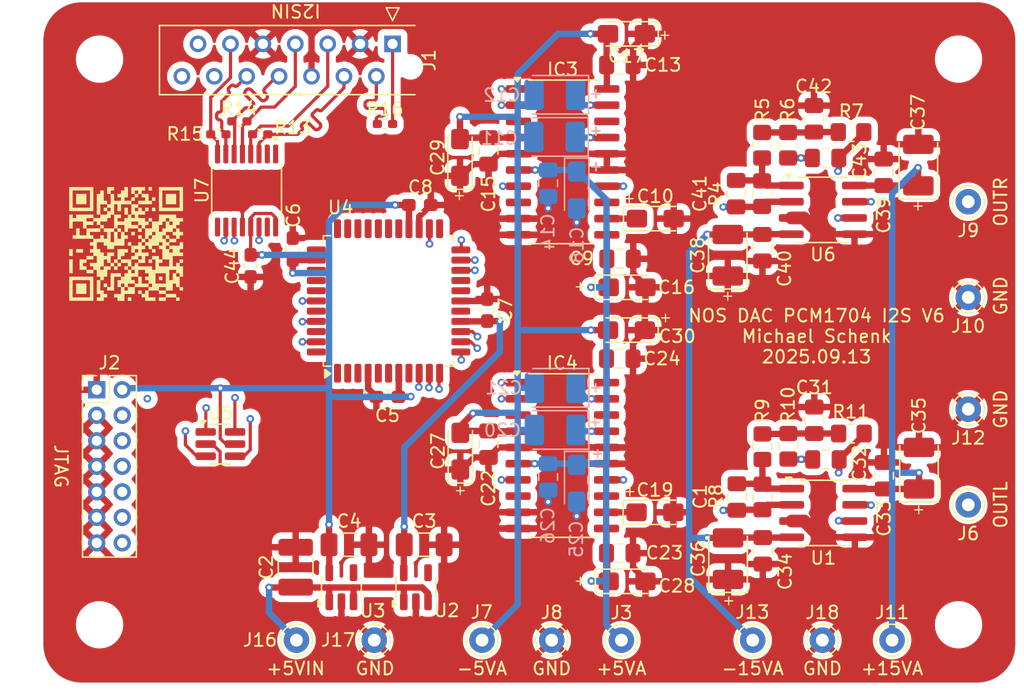
<source format=kicad_pcb>
(kicad_pcb (version 20241229) (generator "pcbnew") (generator_version "9.0")
  (layers (0 "F.Cu" mixed) (4 "In1.Cu" signal) (6 "In2.Cu" signal) (2 "B.Cu" mixed) (13 "F.Paste" user) (15 "B.Paste" user) (5 "F.SilkS" user "F.Silkscreen") (7 "B.SilkS" user "B.Silkscreen") (1 "F.Mask" user) (3 "B.Mask" user) (25 "Edge.Cuts" user))
  (net 0 "")
  (net 1 "GND")
  (net 2 "+3V3")
  (net 3 "+1V8")
  (net 4 "Net-(IC4-IOUT)")
  (net 5 "JTAG_TCK")
  (net 6 "JTAG_TDO")
  (net 7 "JTAG_TDI")
  (net 8 "JTAG_TMS")
  (net 10 "BCK")
  (net 11 "LRCK")
  (net 12 "DATAIN")
  (net 13 "DATAOUTR")
  (net 14 "DATAOUTL")
  (net 15 "+5VA")
  (net 16 "Net-(J16-Pin_1)")
  (net 17 "-5VA")
  (net 18 "-15V")
  (net 19 "+15V")
  (net 20 "Net-(IC4-BPO_DC)")
  (net 21 "Net-(IC4-SERV_DC)")
  (net 22 "LEOUTR")
  (net 23 "CLKOUTR")
  (net 24 "LEOUTL")
  (net 25 "CLKOUTL")
  (net 26 "Net-(C1-Pad2)")
  (net 27 "Net-(IC4-REF_DC)")
  (net 28 "Net-(C31-Pad1)")
  (net 29 "Net-(U1B--)")
  (net 30 "Net-(J6-Pin_1)")
  (net 31 "Net-(C41-Pad2)")
  (net 32 "Net-(C42-Pad1)")
  (net 33 "Net-(J9-Pin_1)")
  (net 34 "Net-(U6B--)")
  (net 35 "SDA")
  (net 38 "Net-(IC3-BPO_DC)")
  (net 39 "Net-(IC3-SERV_DC)")
  (net 40 "SCL")
  (net 42 "Net-(IC3-REF_DC)")
  (net 43 "Net-(IC3-IOUT)")
  (net 76 "RESET")
  (net 81 "/BCLK+")
  (net 82 "/DATAIN-")
  (net 83 "/DATAIN+")
  (net 84 "/MCLK+")
  (net 85 "/MCLK-")
  (net 86 "/LRCLK+")
  (net 87 "/LRCLK-")
  (net 88 "/BCLK-")
  (footprint "MountingHole:MountingHole_3.2mm_M3" (layer "F.Cu") (at 113.03 66.04)
    (property "Reference" "H1" (hide yes))
    (property "Value" "MountingHole")
  )
  (footprint "MountingHole:MountingHole_3.2mm_M3" (layer "F.Cu") (at 113.03 110.363)
    (property "Reference" "H4" (hide yes))
    (property "Value" "MountingHole")
  )
  (footprint "MountingHole:MountingHole_3.2mm_M3" (layer "F.Cu") (at 180.34 110.363)
    (property "Reference" "H3" (hide yes))
    (property "Value" "MountingHole")
  )
  (footprint "MountingHole:MountingHole_3.2mm_M3" (layer "F.Cu") (at 180.34 66.04)
    (property "Reference" "H2" (hide yes))
    (property "Value" "MountingHole")
  )
  (footprint "Capacitor_SMD:C_0603_1608Metric_Pad1.08x0.95mm_HandSolder" (layer "F.Cu") (at 135.5863 92.5068)
    (property "Reference" "C5")
    (property "Value" "1uF")
  )
  (footprint "Package_QFP:TQFP-44_10x10mm_P0.8mm" (layer "F.Cu") (at 135.6764 84.9884 90)
    (property "Reference" "U4")
    (property "Value" "XC2C64A-xVQ44")
  )
  (footprint "Capacitor_SMD:C_0603_1608Metric_Pad1.08x0.95mm_HandSolder" (layer "F.Cu") (at 128.1684 80.9255 -90)
    (property "Reference" "C6")
    (property "Value" "1uF")
  )
  (footprint "Capacitor_SMD:C_0603_1608Metric_Pad1.08x0.95mm_HandSolder" (layer "F.Cu") (at 143.4084 85.7007 -90)
    (property "Reference" "C7")
    (property "Value" "1uF")
  )
  (footprint "Capacitor_SMD:C_0603_1608Metric_Pad1.08x0.95mm_HandSolder" (layer "F.Cu") (at 138.1241 77.47 180)
    (property "Reference" "C8")
    (property "Value" "1uF")
  )
  (footprint "Connector_PinHeader_2.00mm:PinHeader_2x07_P2.00mm_Vertical" (layer "F.Cu") (at 112.808 91.948)
    (property "Reference" "J2")
    (property "Value" "Conn_02x07_Odd_Even")
  )
  (footprint "Package_TO_SOT_SMD:SC-74-6_1.55x2.9mm_P0.95mm" (layer "F.Cu") (at 122.497 96.2025)
    (property "Reference" "U5")
    (property "Value" "CM1293A−04SO")
  )
  (footprint "Connector_Pin:Pin_D1.0mm_L10.0mm" (layer "F.Cu") (at 181.102 84.709)
    (property "Reference" "J10")
    (property "Value" "GND")
  )
  (footprint "Connector_Pin:Pin_D1.0mm_L10.0mm" (layer "F.Cu") (at 175.133 111.5695)
    (property "Reference" "J11")
    (property "Value" "+15VAIN")
  )
  (footprint "Connector_Pin:Pin_D1.0mm_L10.0mm" (layer "F.Cu") (at 164.211 111.5695)
    (property "Reference" "J13")
    (property "Value" "-15VAIN")
  )
  (footprint "Connector_Pin:Pin_D1.0mm_L10.0mm" (layer "F.Cu") (at 169.672 111.5695)
    (property "Reference" "J18")
    (property "Value" "GND")
  )
  (footprint "Capacitor_Tantalum_SMD:CP_EIA-3216-18_Kemet-A_HandSolder" (layer "F.Cu") (at 156.5533 101.5492)
    (property "Reference" "C19")
    (property "Value" "100uF")
  )
  (footprint "Connector_Pin:Pin_D1.0mm_L10.0mm" (layer "F.Cu") (at 181.102 100.965)
    (property "Reference" "J6")
    (property "Value" "OUT")
  )
  (footprint "Connector_Pin:Pin_D1.0mm_L10.0mm" (layer "F.Cu") (at 181.102 93.472)
    (property "Reference" "J12")
    (property "Value" "GND")
  )
  (footprint "Capacitor_SMD:C_0805_2012Metric_Pad1.18x1.45mm_HandSolder" (layer "F.Cu") (at 162.9664 100.3515 90)
    (property "Reference" "C1")
    (property "Value" "47pF")
  )
  (footprint "Capacitor_SMD:C_0805_2012Metric_Pad1.18x1.45mm_HandSolder" (layer "F.Cu") (at 169.037 94.3395 90)
    (property "Reference" "C31")
    (property "Value" "1nF")
  )
  (footprint "Capacitor_SMD:C_0805_2012Metric_Pad1.18x1.45mm_HandSolder" (layer "F.Cu") (at 169.9475 97.409)
    (property "Reference" "C32")
    (property "Value" "270pF")
  )
  (footprint "Capacitor_Tantalum_SMD:CP_EIA-3528-12_Kemet-T_HandSolder" (layer "F.Cu") (at 177.2412 98.0929 90)
    (property "Reference" "C35")
    (property "Value" "10uF/25V")
  )
  (footprint "Capacitor_Tantalum_SMD:CP_EIA-3528-12_Kemet-T_HandSolder" (layer "F.Cu") (at 162.2806 105.1833 90)
    (property "Reference" "C36")
    (property "Value" "10uF/25V")
  )
  (footprint "Resistor_SMD:R_0805_2012Metric_Pad1.20x1.40mm_HandSolder" (layer "F.Cu") (at 164.973 100.346 -90)
    (property "Reference" "R8")
    (property "Value" "2.5k")
  )
  (footprint "Resistor_SMD:R_0805_2012Metric_Pad1.20x1.40mm_HandSolder" (layer "F.Cu") (at 164.973 96.409 -90)
    (property "Reference" "R9")
    (property "Value" "4.7k")
  )
  (footprint "Resistor_SMD:R_0805_2012Metric_Pad1.20x1.40mm_HandSolder" (layer "F.Cu") (at 167.005 96.377 -90)
    (property "Reference" "R10")
    (property "Value" "4.7k")
  )
  (footprint "Resistor_SMD:R_0805_2012Metric_Pad1.20x1.40mm_HandSolder" (layer "F.Cu") (at 171.942 95.377 180)
    (property "Reference" "R11")
    (property "Value" "2k")
  )
  (footprint "Capacitor_SMD:C_0805_2012Metric_Pad1.18x1.45mm_HandSolder" (layer "F.Cu") (at 174.498 98.6829 90)
    (property "Reference" "C33")
    (property "Value" "1uF")
  )
  (footprint "Capacitor_SMD:C_0805_2012Metric_Pad1.18x1.45mm_HandSolder" (layer "F.Cu") (at 164.9984 104.5679 90)
    (property "Reference" "C34")
    (property "Value" "1uF")
  )
  (footprint "Package_SO:SOIC-8_3.9x4.9mm_P1.27mm" (layer "F.Cu") (at 169.737 101.6)
    (property "Reference" "U1")
    (property "Value" "OPA1612")
  )
  (footprint "Capacitor_Tantalum_SMD:CP_EIA-3216-18_Kemet-A_HandSolder" (layer "F.Cu") (at 141.3002 96.7617 90)
    (property "Reference" "C27")
    (property "Value" "10uF/10V")
  )
  (footprint "Capacitor_Tantalum_SMD:CP_EIA-3216-18_Kemet-A_HandSolder" (layer "F.Cu") (at 154.3689 106.9594)
    (property "Reference" "C28")
    (property "Value" "10uF/10V")
  )
  (footprint "Capacitor_Tantalum_SMD:CP_EIA-3216-18_Kemet-A_HandSolder" (layer "F.Cu") (at 154.3181 87.2744 180)
    (property "Reference" "C30")
    (property "Value" "10uF/10V")
  )
  (footprint "Capacitor_Tantalum_SMD:CP_EIA-3216-18_Kemet-A_HandSolder" (layer "F.Cu") (at 154.3689 83.9216)
    (property "Reference" "C16")
    (property "Value" "10uF/10V")
  )
  (footprint "Capacitor_Tantalum_SMD:CP_EIA-3216-18_Kemet-A_HandSolder" (layer "F.Cu") (at 154.3181 64.0588 180)
    (property "Reference" "C17")
    (property "Value" "10uF/10V")
  )
  (footprint "Capacitor_Tantalum_SMD:CP_EIA-3216-18_Kemet-A_HandSolder" (layer "F.Cu") (at 141.2748 73.7493 90)
    (property "Reference" "C29")
    (property "Value" "10uF/10V")
  )
  (footprint "Capacitor_Tantalum_SMD:CP_EIA-3528-12_Kemet-T_HandSolder" (layer "F.Cu") (at 177.1904 74.3439 90)
    (property "Reference" "C37")
    (property "Value" "10uF/25V")
  )
  (footprint "Resistor_SMD:R_0805_2012Metric_Pad1.20x1.40mm_HandSolder" (layer "F.Cu") (at 171.9166 71.755 180)
    (property "Reference" "R7")
    (property "Value" "2k")
  )
  (footprint "Resistor_SMD:R_0805_2012Metric_Pad1.20x1.40mm_HandSolder" (layer "F.Cu") (at 164.9476 76.581 -90)
    (property "Reference" "R4")
    (property "Value" "2.5k")
  )
  (footprint "Capacitor_SMD:C_0805_2012Metric_Pad1.18x1.45mm_HandSolder" (layer "F.Cu") (at 153.8177 81.6864)
    (property "Reference" "C9")
    (property "Value" "1uF")
  )
  (footprint "Capacitor_SMD:C_0805_2012Metric_Pad1.18x1.45mm_HandSolder" (layer "F.Cu") (at 153.7931 89.5096)
    (property "Reference" "C24")
    (property "Value" "1uF")
  )
  (footprint "Package_SO:SOIC-8_3.9x4.9mm_P1.27mm" (layer "F.Cu") (at 169.7101 77.851)
    (property "Reference" "U6")
    (property "Value" "OPA1612")
  )
  (footprint "Capacitor_SMD:C_0805_2012Metric_Pad1.18x1.45mm_HandSolder" (layer "F.Cu") (at 153.7931 104.7496)
    (property "Reference" "C23")
    (property "Value" "1uF")
  )
  (footprint "Capacitor_SMD:C_0805_2012Metric_Pad1.18x1.45mm_HandSolder" (layer "F.Cu") (at 143.51 96.2113 -90)
    (property "Reference" "C22")
    (property "Value" "1uF")
  )
  (footprint "Capacitor_SMD:C_0805_2012Metric_Pad1.18x1.45mm_HandSolder" (layer "F.Cu") (at 143.51 73.2321 -90)
    (property "Reference" "C15")
    (property "Value" "1uF")
  )
  (footprint "Capacitor_SMD:C_0805_2012Metric_Pad1.18x1.45mm_HandSolder" (layer "F.Cu") (at 169.9221 73.787)
    (property "Reference" "C43")
    (property "Value" "270pF")
  )
  (footprint "Resistor_SMD:R_0805_2012Metric_Pad1.20x1.40mm_HandSolder" (layer "F.Cu") (at 164.9476 72.787 -90)
    (property "Reference" "R5")
    (property "Value" "4.7k")
  )
  (footprint "Capacitor_SMD:C_0805_2012Metric_Pad1.18x1.45mm_HandSolder" (layer "F.Cu") (at 169.0116 70.7175 90)
    (property "Reference" "C42")
    (property "Value" "1nF")
  )
  (footprint "Resistor_SMD:R_0805_2012Metric_Pad1.20x1.40mm_HandSolder" (layer "F.Cu") (at 166.9796 72.787 -90)
    (property "Reference" "R6")
    (property "Value" "4.7k")
  )
  (footprint "Capacitor_SMD:C_0805_2012Metric_Pad1.18x1.45mm_HandSolder" (layer "F.Cu") (at 162.9156 76.581 90)
    (property "Reference" "C41")
    (property "Value" "47pF")
  )
  (footprint "Capacitor_SMD:C_0805_2012Metric_Pad1.18x1.45mm_HandSolder" (layer "F.Cu") (at 164.973 80.8181 90)
    (property "Reference" "C40")
    (property "Value" "1uF")
  )
  (footprint "Capacitor_SMD:C_0805_2012Metric_Pad1.18x1.45mm_HandSolder" (layer "F.Cu") (at 153.8009 66.4972)
    (property "Reference" "C13")
    (property "Value" "1uF")
  )
  (footprint "Capacitor_SMD:C_0805_2012Metric_Pad1.18x1.45mm_HandSolder" (layer "F.Cu") (at 174.4726 74.9085 90)
    (property "Reference" "C39")
    (property "Value" "1uF")
  )
  (footprint "Capacitor_Tantalum_SMD:CP_EIA-3528-12_Kemet-T_HandSolder" (layer "F.Cu") (at 162.2552 81.4089 90)
    (property "Reference" "C38")
    (property "Value" "10uF/25V")
  )
  (footprint "Capacitor_Tantalum_SMD:CP_EIA-3216-18_Kemet-A_HandSolder" (layer "F.Cu") (at 156.5779 78.5368)
    (property "Reference" "C10")
    (property "Value" "100uF")
  )
  (footprint "Connector_Pin:Pin_D1.0mm_L10.0mm" (layer "F.Cu") (at 153.924 111.5695)
    (property "Reference" "J3")
    (property "Value" "+5VAIN")
  )
  (footprint "Connector_Pin:Pin_D1.0mm_L10.0mm" (layer "F.Cu") (at 143.002 111.5695)
    (property "Reference" "J7")
    (property "Value" "-5VAIN")
  )
  (footprint "Connector_Pin:Pin_D1.0mm_L10.0mm" (layer "F.Cu") (at 148.463 111.5695)
    (property "Reference" "J8")
    (property "Value" "GND")
  )
  (footprint "Connector_Pin:Pin_D1.0mm_L10.0mm" (layer "F.Cu") (at 181.102 77.216)
    (property "Reference" "J9")
    (property "Value" "OUT")
  )
  (footprint "Connector_Pin:Pin_D1.0mm_L10.0mm" (layer "F.Cu") (at 128.4605 111.5695)
    (property "Reference" "J16")
    (property "Value" "+5VIN")
  )
  (footprint "Connector_Pin:Pin_D1.0mm_L10.0mm" (layer "F.Cu") (at 134.5565 111.5695)
    (property "Reference" "J17")
    (property "Value" "GND")
  )
  (footprint "Package_TO_SOT_SMD:SOT-23-5" (layer "F.Cu") (at 137.8204 107.4215 90)
    (property "Reference" "U2")
    (property "Value" "MIC5317-1.8YM5-TR")
  )
  (footprint "Package_TO_SOT_SMD:SOT-23-5" (layer "F.Cu") (at 131.9834 107.4215 90)
    (property "Reference" "U3")
    (property "Value" "MIC5317-3.3YM5-TR")
  )
  (footprint "Capacitor_SMD:C_1210_3225Metric_Pad1.33x2.70mm_HandSolder" (layer "F.Cu") (at 128.397 105.8541 90)
    (property "Reference" "C2")
    (property "Value" "22uF/25V")
  )
  (footprint "Capacitor_SMD:C_1206_3216Metric_Pad1.33x1.80mm_HandSolder" (layer "F.Cu") (at 138.4685 104.0892)
    (property "Reference" "C3")
    (property "Value" "10uF/50V")
  )
  (footprint "Capacitor_SMD:C_1206_3216Metric_Pad1.33x1.80mm_HandSolder" (layer "F.Cu") (at 132.5757 104.0892)
    (property "Reference" "C4")
    (property "Value" "10uF/50V")
  )
  (footprint "Resistor_SMD:R_0402_1005Metric_Pad0.72x0.64mm_HandSolder" (layer "F.Cu") (at 135.3953 71.12)
    (property "Reference" "R16")
    (property "Value" "100R")
  )
  (footprint "Capacitor_SMD:C_0603_1608Metric_Pad1.08x0.95mm_HandSolder" (layer "F.Cu") (at 124.8664 82.2441 90)
    (property "Reference" "C44")
    (property "Value" "1uF")
  )
  (footprint "Connector_TE-Connectivity:TE_Micro-MaTch_1-215079-4_2x07_P1.27mm_Vertical" (layer "F.Cu") (at 135.9916 64.8462 -90)
    (property "Reference" "J1")
    (property "Value" "Conn_01x15")
  )
  (footprint "Package_SO:TSSOP-16_4.4x5mm_P0.65mm" (layer "F.Cu") (at 124.5518 76.3347 -90)
    (property "Reference" "U7")
    (property "Value" "FIN1048MTCX")
  )
  (footprint "Package_SO:SO-20_5.3x12.6mm_P1.27mm" (layer "F.Cu") (at 149.2931 97.1042)
    (property "Reference" "IC4")
    (property "Value" "PCM1704U")
  )
  (footprint "Resistor_SMD:R_0402_1005Metric_Pad0.72x0.64mm_HandSolder" (layer "F.Cu") (at 123.9907 70.9168)
    (property "Reference" "R14")
    (property "Value" "100R")
  )
  (footprint "LOGO" (layer "F.Cu") (at 115.1128 80.518)
    (property "Reference" "G***" (hide yes))
    (property "Value" "LOGO" (hide yes))
  )
  (footprint "Package_SO:SO-20_5.3x12.6mm_P1.27mm" (layer "F.Cu") (at 149.3177 74.0918)
    (property "Reference" "IC3")
    (property "Value" "PCM1704U")
  )
  (footprint "Resistor_SMD:R_0402_1005Metric_Pad0.72x0.64mm_HandSolder" (layer "F.Cu") (at 125.6163 71.9328)
    (property "Reference" "R13")
    (property "Value" "100R")
  )
  (footprint "Resistor_SMD:R_0402_1005Metric_Pad0.72x0.64mm_HandSolder" (layer "F.Cu") (at 122.3385 71.9328)
    (property "Reference" "R15")
    (property "Value" "100R")
  )
  (footprint "Capacitor_Tantalum_SMD:CP_EIA-3528-21_Kemet-B_HandSolder" (layer "B.Cu") (at 148.7301 95.0976 180)
    (property "Reference" "C20")
    (property "Value" "47uF")
  )
  (footprint "Capacitor_Tantalum_SMD:CP_EIA-3528-21_Kemet-B_HandSolder" (layer "B.Cu") (at 148.7301 91.7956 180)
    (property "Reference" "C21")
    (property "Value" "47uF")
  )
  (footprint "Capacitor_Tantalum_SMD:CP_EIA-3216-18_Kemet-A_HandSolder" (layer "B.Cu") (at 150.4188 99.2755 -90)
    (property "Reference" "C25")
    (property "Value" "10uF/10V")
  )
  (footprint "Capacitor_Tantalum_SMD:CP_EIA-3216-18_Kemet-A_HandSolder" (layer "B.Cu") (at 150.4188 76.2893 -90)
    (property "Reference" "C18")
    (property "Value" "10uF/10V")
  )
  (footprint "Capacitor_SMD:C_0805_2012Metric_Pad1.18x1.45mm_HandSolder" (layer "B.Cu") (at 148.1836 98.7767 -90)
    (property "Reference" "C26")
    (property "Value" "1uF")
  )
  (footprint "Capacitor_SMD:C_0805_2012Metric_Pad1.18x1.45mm_HandSolder" (layer "B.Cu") (at 148.1836 75.7643 -90)
    (property "Reference" "C14")
    (property "Value" "1uF")
  )
  (footprint "Capacitor_Tantalum_SMD:CP_EIA-3528-21_Kemet-B_HandSolder" (layer "B.Cu") (at 148.6793 72.136 180)
    (property "Reference" "C11")
    (property "Value" "47uF")
  )
  (footprint "Capacitor_Tantalum_SMD:CP_EIA-3528-21_Kemet-B_HandSolder" (layer "B.Cu") (at 148.7039 68.834 180)
    (property "Reference" "C12")
    (property "Value" "47uF")
  )
  (gr_line (start 111.6104 61.5696) (end 181.8104 61.5696) (stroke (width 0.05)) (layer "Edge.Cuts"))
  (gr_arc (start 181.8104 61.5696) (mid 183.93172 62.44828) (end 184.8104 64.5696) (stroke (width 0.05)) (layer "Edge.Cuts"))
  (gr_line (start 108.6104 111.9096) (end 108.6104 64.5696) (stroke (width 0.05)) (layer "Edge.Cuts"))
  (gr_arc (start 111.6104 114.9096) (mid 109.48908 114.03092) (end 108.6104 111.9096) (stroke (width 0.05)) (layer "Edge.Cuts"))
  (gr_line (start 181.8104 114.9096) (end 111.6104 114.9096) (stroke (width 0.05)) (layer "Edge.Cuts"))
  (gr_arc (start 184.8104 111.9096) (mid 183.93172 114.03092) (end 181.8104 114.9096) (stroke (width 0.05)) (layer "Edge.Cuts"))
  (gr_arc (start 108.6104 64.5696) (mid 109.48908 62.44828) (end 111.6104 61.5696) (stroke (width 0.05)) (layer "Edge.Cuts"))
  (gr_line (start 184.8104 64.5696) (end 184.8104 111.9096) (stroke (width 0.05)) (layer "Edge.Cuts"))
  (gr_text "I2SIN" (at 128.397 62.2554 180) (layer "F.SilkS") (effects (font (size 1 1))))
  (gr_text "GND" (at 148.463 113.792 0) (layer "F.SilkS") (effects (font (size 1 1))))
  (gr_text "+5VA" (at 153.924 113.792 0) (layer "F.SilkS") (effects (font (size 1 1))))
  (gr_text "GND" (at 169.672 113.792 0) (layer "F.SilkS") (effects (font (size 1 1))))
  (gr_text "-15VA" (at 164.211 113.792 0) (layer "F.SilkS") (effects (font (size 1 1))))
  (gr_text "+15VA" (at 175.133 113.792 0) (layer "F.SilkS") (effects (font (size 1 1))))
  (gr_text "JTAG" (at 110.0074 97.9424 270) (layer "F.SilkS") (effects (font (size 1 1))))
  (gr_text "-5VA" (at 143.002 113.792 0) (layer "F.SilkS") (effects (font (size 1 1))))
  (gr_text "NOS DAC PCM1704 I2S V6\nMichael Schenk\n2025.09.13" (at 169.2148 87.757 0) (layer "F.SilkS") (effects (font (size 1 1))))
  (gr_text "GND" (at 183.642 84.582 90) (layer "F.SilkS") (effects (font (size 1 1))))
  (gr_text "OUTR" (at 183.642 77.216 90) (layer "F.SilkS") (effects (font (size 1 1))))
  (gr_text "GND" (at 183.642 93.472 90) (layer "F.SilkS") (effects (font (size 1 1))))
  (gr_text "OUTL" (at 183.642 100.965 90) (layer "F.SilkS") (effects (font (size 1 1))))
  (gr_text "GND" (at 134.62 113.792 0) (layer "F.SilkS") (effects (font (size 1 1))))
  (gr_text "+" (at 157.3276 64.1096 0) (layer "F.SilkS") (effects (font (size 0.8 0.8) (thickness 0.1))))
  (gr_text "+" (at 154.5336 76.9112 0) (layer "F.SilkS") (effects (font (size 0.8 0.8) (thickness 0.1))))
  (gr_text "+" (at 141.224 76.6826 0) (layer "F.SilkS") (effects (font (size 0.8 0.8) (thickness 0.1))))
  (gr_text "+" (at 150.6982 106.8832 0) (layer "F.SilkS") (effects (font (size 0.8 0.8) (thickness 0.1))))
  (gr_text "+5VIN" (at 128.397 113.792 0) (layer "F.SilkS") (effects (font (size 1 1))))
  (gr_text "+" (at 141.3002 99.7966 0) (layer "F.SilkS") (effects (font (size 0.8 0.8) (thickness 0.1))))
  (gr_text "+" (at 162.2552 84.5566 0) (layer "F.SilkS") (effects (font (size 0.8 0.8) (thickness 0.1))))
  (gr_text "+" (at 157.3784 86.2584 0) (layer "F.SilkS") (effects (font (size 0.8 0.8) (thickness 0.1))))
  (gr_text "+" (at 177.165 77.4954 0) (layer "F.SilkS") (effects (font (size 0.8 0.8) (thickness 0.1))))
  (gr_text "+" (at 154.5844 99.8728 0) (layer "F.SilkS") (effects (font (size 0.8 0.8) (thickness 0.1))))
  (gr_text "+" (at 150.6982 83.82 0) (layer "F.SilkS") (effects (font (size 0.8 0.8) (thickness 0.1))))
  (gr_text "+" (at 177.2158 101.2952 0) (layer "F.SilkS") (effects (font (size 0.8 0.8) (thickness 0.1))))
  (gr_text "+" (at 162.3314 108.4326 0) (layer "F.SilkS") (effects (font (size 0.8 0.8) (thickness 0.1))))
  (gr_text "+" (at 152.654 97.3836 0) (layer "B.SilkS") (effects (font (size 0.8 0.8)) (justify left bottom mirror)))
  (gr_text "+" (at 152.527 74.8792 0) (layer "B.SilkS") (effects (font (size 0.8 0.8)) (justify left bottom mirror)))
  (gr_text "+" (at 152.4762 94.9198 0) (layer "B.SilkS") (effects (font (size 0.8 0.8)) (justify left bottom mirror)))
  (gr_text "+" (at 152.527 69.1642 0) (layer "B.SilkS") (effects (font (size 0.8 0.8)) (justify left bottom mirror)))
  (gr_text "+" (at 152.527 72.0852 0) (layer "B.SilkS") (effects (font (size 0.8 0.8)) (justify left bottom mirror)))
  (gr_text "+" (at 152.5016 92.202 0) (layer "B.SilkS") (effects (font (size 0.8 0.8)) (justify left bottom mirror)))
  (segment (start 145.8552 78.5368) (end 148.1328 78.5368) (width 0.5) (layer "F.Cu") (net 1))
  (segment (start 124.2268 79.1972) (end 124.2268 77.0336) (width 0.25) (layer "F.Cu") (net 1))
  (segment (start 154.8552 81.6864) (end 154.8552 82.8454) (width 0.5) (layer "F.Cu") (net 1))
  (segment (start 142.3756 97.2488) (end 141.3002 98.3242) (width 0.5) (layer "F.Cu") (net 1))
  (segment (start 122.4788 96.806978) (end 122.4788 98.9584) (width 0.25) (layer "F.Cu") (net 1))
  (segment (start 138.0764 78.3802) (end 138.9866 77.47) (width 0.5) (layer "F.Cu") (net 1))
  (segment (start 152.7556 97.7392) (end 150.5204 97.7392) (width 0.5) (layer "F.Cu") (net 1))
  (segment (start 121.874322 96.2025) (end 122.4788 96.806978) (width 0.25) (layer "F.Cu") (net 1))
  (segment (start 145.8306 101.5492) (end 147.9804 101.5492) (width 0.5) (layer "F.Cu") (net 1))
  (segment (start 167.2351 78.486) (end 168.210099 78.486) (width 1) (layer "F.Cu") (net 1))
  (segment (start 145.8552 78.5368) (end 143.3068 78.5368) (width 0.5) (layer "F.Cu") (net 1))
  (segment (start 154.8892 73.4568) (end 154.94 73.406) (width 0.5) (layer "F.Cu") (net 1))
  (segment (start 134.0764 90.6884) (end 134.0764 91.8594) (width 0.5) (layer "F.Cu") (net 1))
  (segment (start 145.8306 96.4692) (end 148.209 96.4692) (width 0.5) (layer "F.Cu") (net 1))
  (segment (start 167.262 102.235) (end 168.236999 102.235) (width 1) (layer "F.Cu") (net 1))
  (segment (start 145.8552 73.4568) (end 144.3228 73.4568) (width 0.5) (layer "F.Cu") (net 1))
  (segment (start 143.51 76.1492) (end 142.7734 76.8858) (width 0.5) (layer "F.Cu") (net 1))
  (segment (start 145.8552 79.8068) (end 148.082 79.8068) (width 0.5) (layer "F.Cu") (net 1))
  (segment (start 154.8384 65.101) (end 155.8806 64.0588) (width 0.5) (layer "F.Cu") (net 1))
  (segment (start 124.2268 77.0336) (end 124.079 76.8858) (width 0.25) (layer "F.Cu") (net 1))
  (segment (start 154.7368 97.7392) (end 154.7876 97.79) (width 0.5) (layer "F.Cu") (net 1))
  (segment (start 145.8306 96.4692) (end 144.2896 96.4692) (width 0.5) (layer "F.Cu") (net 1))
  (segment (start 154.8306 88.3244) (end 155.8806 87.2744) (width 0.5) (layer "F.Cu") (net 1))
  (segment (start 150.5204 97.7392) (end 150.4696 97.6884) (width 0.5) (layer "F.Cu") (net 1))
  (segment (start 143.2582 84.9884) (end 143.4084 84.8382) (width 0.5) (layer "F.Cu") (net 1))
  (segment (start 131.9834 108.559) (end 131.9834 110.3834) (width 0.5) (layer "F.Cu") (net 1))
  (segment (start 143.51 97.2488) (end 142.3756 97.2488) (width 0.5) (layer "F.Cu") (net 1))
  (segment (start 145.8552 73.4568) (end 148.1836 73.4568) (width 0.5) (layer "F.Cu") (net 1))
  (segment (start 154.8384 66.4972) (end 154.8384 65.101) (width 0.5) (layer "F.Cu") (net 1))
  (segment (start 168.210099 78.486) (end 169.7736 80.049501) (width 1) (layer "F.Cu") (net 1))
  (segment (start 137.8204 108.559) (end 137.8204 110.0328) (width 0.5) (layer "F.Cu") (net 1))
  (segment (start 144.2896 96.4692) (end 143.51 97.2488) (width 0.5) (layer "F.Cu") (net 1))
  (segment (start 168.236999 102.235) (end 169.7228 103.720801) (width 1) (layer "F.Cu") (net 1))
  (segment (start 129.6416 62.7888) (end 129.5908 62.738) (width 0.5) (layer "F.Cu") (net 1))
  (segment (start 144.3228 73.4568) (end 143.51 74.2696) (width 0.5) (layer "F.Cu") (net 1))
  (segment (start 121.347 96.2025) (end 121.874322 96.2025) (width 0.25) (layer "F.Cu") (net 1))
  (segment (start 154.8552 82.8454) (end 155.9314 83.9216) (width 0.5) (layer "F.Cu") (net 1))
  (segment (start 145.8306 101.5492) (end 143.4592 101.5492) (width 0.5) (layer "F.Cu") (net 1))
  (segment (start 152.7556 96.4692) (end 150.6728 96.4692) (width 0.5) (layer "F.Cu") (net 1))
  (segment (start 148.209 96.4692) (end 148.2344 96.4438) (width 0.5) (layer "F.Cu") (net 1))
  (segment (start 143.51 99.1616) (end 142.6972 99.9744) (width 0.5) (layer "F.Cu") (net 1))
  (segment (start 137.8204 110.0328) (end 138.4808 110.6932) (width 0.5) (layer "F.Cu") (net 1))
  (segment (start 169.7736 80.049501) (end 169.7736 81.1784) (width 1) (layer "F.Cu") (net 1))
  (segment (start 152.7802 74.7268) (end 150.7236 74.7268) (width 0.5) (layer "F.Cu") (net 1))
  (segment (start 152.7556 97.7392) (end 154.7368 97.7392) (width 0.5) (layer "F.Cu") (net 1))
  (segment (start 147.6756 102.8192) (end 147.7264 102.87) (width 0.5) (layer "F.Cu") (net 1))
  (segment (start 152.7802 73.4568) (end 154.8892 73.4568) (width 0.5) (layer "F.Cu") (net 1))
  (segment (start 152.7802 73.4568) (end 150.7236 73.4568) (width 0.5) (layer "F.Cu") (net 1))
  (segment (start 154.8306 105.8586) (end 155.9314 106.9594) (width 0.5) (layer "F.Cu") (net 1))
  (segment (start 141.3764 84.9884) (end 143.2582 84.9884) (width 0.5) (layer "F.Cu") (net 1))
  (segment (start 143.51 74.2696) (end 143.51 76.1492) (width 0.5) (layer "F.Cu") (net 1))
  (segment (start 154.8306 104.7496) (end 154.8306 105.8586) (width 0.5) (layer "F.Cu") (net 1))
  (segment (start 145.8306 102.8192) (end 147.6756 102.8192) (width 0.5) (layer "F.Cu") (net 1))
  (segment (start 131.9834 110.3834) (end 131.5212 110.8456) (width 0.5) (layer "F.Cu") (net 1))
  (segment (start 142.317 74.2696) (end 141.2748 75.3118) (width 0.5) (layer "F.Cu") (net 1))
  (segment (start 138.0764 79.2884) (end 138.0764 78.3802) (width 0.5) (layer "F.Cu") (net 1))
  (segment (start 145.8552 79.8068) (end 143.3068 79.8068) (width 0.5) (layer "F.Cu") (net 1))
  (segment (start 152.7802 74.7268) (end 154.686 74.7268) (width 0.5) (layer "F.Cu") (net 1))
  (segment (start 143.51 74.2696) (end 142.317 74.2696) (width 0.5) (layer "F.Cu") (net 1))
  (segment (start 143.51 97.2488) (end 143.51 99.1616) (width 0.5) (layer "F.Cu") (net 1))
  (segment (start 134.0764 91.8594) (end 134.7238 92.5068) (width 0.5) (layer "F.Cu") (net 1))
  (segment (start 152.7556 96.4692) (end 154.8892 96.4692) (width 0.5) (layer "F.Cu") (net 1))
  (segment (start 154.8306 89.5096) (end 154.8306 88.3244) (width 0.5) (layer "F.Cu") (net 1))
  (segment (start 129.6416 67.3862) (end 129.6416 62.7888) (width 0.5) (layer "F.Cu") (net 1))
  (segment (start 169.7228 103.720801) (end 169.7228 105.918) (width 1) (layer "F.Cu") (net 1))
  (segment (start 154.686 74.7268) (end 154.7368 74.7776) (width 0.5) (layer "F.Cu") (net 1))
  (segment (start 145.8306 102.8192) (end 143.6116 102.8192) (width 0.5) (layer "F.Cu") (net 1))
  (via (at 148.1836 100.7364) (size 0.6) (drill 0.3) (layers "F.Cu" "B.Cu") (net 1))
  (via (at 148.1836 77.724) (size 0.6) (drill 0.3) (layers "F.Cu" "B.Cu") (net 1))
  (via (at 150.4188 101.854) (size 0.6) (drill 0.3) (layers "F.Cu" "B.Cu") (net 1))
  (via (at 150.4188 78.8416) (size 0.6) (drill 0.3) (layers "F.Cu" "B.Cu") (net 1))
  (segment (start 148.1836 99.8142) (end 148.1836 100.7364) (width 0.5) (layer "B.Cu") (net 1))
  (segment (start 150.4188 100.838) (end 150.4188 101.854) (width 0.5) (layer "B.Cu") (net 1))
  (segment (start 150.4188 77.8518) (end 150.4188 78.8416) (width 0.5) (layer "B.Cu") (net 1))
  (segment (start 148.1836 76.8018) (end 148.1836 77.724) (width 0.5) (layer "B.Cu") (net 1))
  (segment (start 122.4915 95.772) (end 122.4915 91.8347) (width 0.25) (layer "F.Cu") (net 2))
  (segment (start 124.8664 81.3816) (end 124.8664 79.2076) (width 0.25) (layer "F.Cu") (net 2))
  (segment (start 122.4915 91.8347) (end 122.5042 91.822) (width 0.25) (layer "F.Cu") (net 2))
  (segment (start 128.1688 81.7884) (end 128.1684 81.788) (width 0.5) (layer "F.Cu") (net 2))
  (segment (start 126.8268 78.459701) (end 126.500799 78.1337) (width 0.25) (layer "F.Cu") (net 2))
  (segment (start 126.8268 79.1972) (end 126.8268 78.459701) (width 0.25) (layer "F.Cu") (net 2))
  (segment (start 137.392842 92.5068) (end 137.418242 92.4814) (width 0.5) (layer "F.Cu") (net 2))
  (segment (start 131.0334 106.284) (end 131.0334 104.1094) (width 0.5) (layer "F.Cu") (net 2))
  (segment (start 131.0132 104.0892) (end 131.0132 102.5144) (width 0.5) (layer "F.Cu") (net 2))
  (segment (start 136.4764 92.4792) (end 136.4488 92.5068) (width 0.5) (layer "F.Cu") (net 2))
  (segment (start 137.2764 79.2884) (end 137.2764 77.4848) (width 0.5) (layer "F.Cu") (net 2))
  (segment (start 125.202801 78.1337) (end 124.8768 78.459701) (width 0.25) (layer "F.Cu") (net 2))
  (segment (start 129.9764 81.7884) (end 128.1688 81.7884) (width 0.5) (layer "F.Cu") (net 2))
  (segment (start 136.4488 92.5068) (end 137.392842 92.5068) (width 0.5) (layer "F.Cu") (net 2))
  (segment (start 126.500799 78.1337) (end 125.202801 78.1337) (width 0.25) (layer "F.Cu") (net 2))
  (segment (start 128.1684 81.788) (end 128.1684 82.804) (width 0.5) (layer "F.Cu") (net 2))
  (segment (start 122.922 96.2025) (end 122.4915 95.772) (width 0.25) (layer "F.Cu") (net 2))
  (segment (start 124.8664 79.2076) (end 124.8768 79.1972) (width 0.25) (layer "F.Cu") (net 2))
  (segment (start 136.1948 77.47) (end 137.2616 77.47) (width 0.5) (layer "F.Cu") (net 2))
  (segment (start 123.6345 96.2025) (end 122.922 96.2025) (width 0.25) (layer "F.Cu") (net 2))
  (segment (start 131.0334 104.1094) (end 131.0132 104.0892) (width 0.5) (layer "F.Cu") (net 2))
  (segment (start 125.7554 81.3816) (end 124.8664 81.3816) (width 0.5) (layer "F.Cu") (net 2))
  (segment (start 136.4764 90.6884) (end 136.4764 92.4792) (width 0.5) (layer "F.Cu") (net 2))
  (segment (start 124.8768 78.459701) (end 124.8768 79.1972) (width 0.25) (layer "F.Cu") (net 2))
  (segment (start 137.2764 77.4848) (end 137.2616 77.47) (width 0.5) (layer "F.Cu") (net 2))
  (via (at 125.7554 81.3816) (size 0.6) (drill 0.3) (layers "F.Cu" "B.Cu") (net 2))
  (via (at 136.1948 77.47) (size 0.6) (drill 0.3) (layers "F.Cu" "B.Cu") (net 2))
  (via (at 131.0132 102.5144) (size 0.6) (drill 0.3) (layers "F.Cu" "B.Cu") (net 2))
  (via (at 137.418242 92.4814) (size 0.6) (drill 0.3) (layers "F.Cu" "B.Cu") (net 2))
  (via (at 122.5042 91.822) (size 0.6) (drill 0.3) (layers "F.Cu" "B.Cu") (net 2))
  (via (at 128.1684 82.804) (size 0.6) (drill 0.3) (layers "F.Cu" "B.Cu") (net 2))
  (segment (start 131.0132 91.9226) (end 131.0132 82.804) (width 0.5) (layer "B.Cu") (net 2))
  (segment (start 130.9126 91.822) (end 122.5042 91.822) (width 0.5) (layer "B.Cu") (net 2))
  (segment (start 137.392842 92.5068) (end 131.0132 92.5068) (width 0.5) (layer "B.Cu") (net 2))
  (segment (start 114.934 91.822) (end 114.808 91.948) (width 0.5) (layer "B.Cu") (net 2))
  (segment (start 132.334 77.47) (end 136.1948 77.47) (width 0.5) (layer "B.Cu") (net 2))
  (segment (start 131.0132 91.9226) (end 130.9126 91.822) (width 0.5) (layer "B.Cu") (net 2))
  (segment (start 131.0132 82.804) (end 131.0132 81.3816) (width 0.5) (layer "B.Cu") (net 2))
  (segment (start 131.0132 102.5144) (end 131.0132 92.5068) (width 0.5) (layer "B.Cu") (net 2))
  (segment (start 131.0132 81.3816) (end 131.0132 78.7908) (width 0.5) (layer "B.Cu") (net 2))
  (segment (start 131.0132 92.5068) (end 131.0132 91.9226) (width 0.5) (layer "B.Cu") (net 2))
  (segment (start 125.7554 81.3816) (end 131.0132 81.3816) (width 0.5) (layer "B.Cu") (net 2))
  (segment (start 137.418242 92.4814) (end 137.392842 92.5068) (width 0.5) (layer "B.Cu") (net 2))
  (segment (start 128.1684 82.804) (end 131.0132 82.804) (width 0.5) (layer "B.Cu") (net 2))
  (segment (start 131.0132 78.7908) (end 132.334 77.47) (width 0.5) (layer "B.Cu") (net 2))
  (segment (start 122.5042 91.822) (end 114.934 91.822) (width 0.5) (layer "B.Cu") (net 2))
  (segment (start 136.906 104.0892) (end 136.906 102.6668) (width 0.5) (layer "F.Cu") (net 3))
  (segment (start 136.8704 106.284) (end 136.8704 104.1248) (width 0.5) (layer "F.Cu") (net 3))
  (segment (start 144.399 86.5632) (end 143.4084 86.5632) (width 0.5) (layer "F.Cu") (net 3))
  (segment (start 141.3764 86.5884) (end 143.3832 86.5884) (width 0.5) (layer "F.Cu") (net 3))
  (segment (start 136.8704 104.1248) (end 136.906 104.0892) (width 0.5) (layer "F.Cu") (net 3))
  (segment (start 143.3832 86.5884) (end 143.4084 86.5632) (width 0.5) (layer "F.Cu") (net 3))
  (via (at 144.399 86.5632) (size 0.6) (drill 0.3) (layers "F.Cu" "B.Cu") (net 3))
  (via (at 136.906 102.6668) (size 0.6) (drill 0.3) (layers "F.Cu" "B.Cu") (net 3))
  (segment (start 136.906 102.6668) (end 136.906 96.473925) (width 0.5) (layer "B.Cu") (net 3))
  (segment (start 136.906 96.473925) (end 144.399 88.980925) (width 0.5) (layer "B.Cu") (net 3))
  (segment (start 144.399 88.980925) (end 144.399 86.5632) (width 0.5) (layer "B.Cu") (net 3))
  (segment (start 161.9074 101.389) (end 161.8996 101.3968) (width 0.5) (layer "F.Cu") (net 4))
  (segment (start 163.0094 101.346) (end 162.9664 101.389) (width 0.5) (layer "F.Cu") (net 4))
  (segment (start 167.262 100.965) (end 165.354 100.965) (width 0.5) (layer "F.Cu") (net 4))
  (segment (start 162.9664 101.389) (end 161.9074 101.389) (width 0.5) (layer "F.Cu") (net 4))
  (segment (start 164.973 101.346) (end 163.0094 101.346) (width 0.5) (layer "F.Cu") (net 4))
  (segment (start 165.354 100.965) (end 164.973 101.346) (width 0.5) (layer "F.Cu") (net 4))
  (segment (start 152.7556 99.0092) (end 154.0764 99.0092) (width 0.5) (layer "F.Cu") (net 4))
  (via (at 161.8996 101.3968) (size 0.6) (drill 0.3) (layers "F.Cu" "B.Cu") (net 4))
  (via (at 154.0764 99.0092) (size 0.6) (drill 0.3) (layers "F.Cu" "B.Cu") (net 4))
  (segment (start 139.6338 90.731) (end 139.6764 90.6884) (width 0.25) (layer "F.Cu") (net 5))
  (segment (start 124.841 96.6585) (end 124.841 94.234) (width 0.25) (layer "F.Cu") (net 5))
  (segment (start 123.6345 97.1525) (end 124.347 97.1525) (width 0.25) (layer "F.Cu") (net 5))
  (segment (start 139.6338 91.8972) (end 139.6338 90.731) (width 0.25) (layer "F.Cu") (net 5))
  (segment (start 124.347 97.1525) (end 124.841 96.6585) (width 0.25) (layer "F.Cu") (net 5))
  (via (at 124.841 94.234) (size 0.6) (drill 0.3) (layers "F.Cu" "B.Cu") (net 5))
  (via (at 139.6338 91.8972) (size 0.6) (drill 0.3) (layers "F.Cu" "B.Cu") (net 5))
  (segment (start 138.8872 80.518) (end 138.8872 79.2992) (width 0.25) (layer "F.Cu") (net 6))
  (segment (start 121.3595 97.1525) (end 120.647 97.1525) (width 0.25) (layer "F.Cu") (net 6))
  (segment (start 119.761 96.2665) (end 119.761 95.1865) (width 0.25) (layer "F.Cu") (net 6))
  (segment (start 120.647 97.1525) (end 119.761 96.2665) (width 0.25) (layer "F.Cu") (net 6))
  (via (at 138.8872 80.518) (size 0.6) (drill 0.3) (layers "F.Cu" "B.Cu") (net 6))
  (via (at 119.761 95.1865) (size 0.6) (drill 0.3) (layers "F.Cu" "B.Cu") (net 6))
  (segment (start 123.6345 92.583) (end 123.6445 92.573) (width 0.25) (layer "F.Cu") (net 7))
  (segment (start 138.0764 91.707434) (end 138.043242 91.740592) (width 0.25) (layer "F.Cu") (net 7))
  (segment (start 123.6345 95.2525) (end 123.6345 92.583) (width 0.25) (layer "F.Cu") (net 7))
  (segment (start 138.0764 90.6884) (end 138.0764 91.707434) (width 0.25) (layer "F.Cu") (net 7))
  (via (at 116.7765 92.6465) (size 0.6) (drill 0.3) (layers "F.Cu" "B.Cu") (net 7))
  (via (at 138.043242 91.740592) (size 0.6) (drill 0.3) (layers "F.Cu" "B.Cu") (net 7))
  (via (at 123.6445 92.573) (size 0.6) (drill 0.3) (layers "F.Cu" "B.Cu") (net 7))
  (segment (start 138.8764 91.747402) (end 138.842192 91.78161) (width 0.25) (layer "F.Cu") (net 8))
  (segment (start 138.8764 90.6884) (end 138.8764 91.747402) (width 0.25) (layer "F.Cu") (net 8))
  (segment (start 121.3595 93.3975) (end 121.383997 93.373003) (width 0.25) (layer "F.Cu") (net 8))
  (segment (start 121.3595 95.2525) (end 121.3595 93.3975) (width 0.25) (layer "F.Cu") (net 8))
  (via (at 121.383997 93.373003) (size 0.6) (drill 0.3) (layers "F.Cu" "B.Cu") (net 8))
  (via (at 138.842192 91.78161) (size 0.6) (drill 0.3) (layers "F.Cu" "B.Cu") (net 8))
  (segment (start 128.9308 88.1884) (end 128.9304 88.1888) (width 0.25) (layer "F.Cu") (net 10))
  (segment (start 129.9764 88.1884) (end 128.9308 88.1884) (width 0.25) (layer "F.Cu") (net 10))
  (segment (start 125.5268 79.1972) (end 125.5268 80.2386) (width 0.25) (layer "F.Cu") (net 10))
  (via (at 125.5268 80.2386) (size 0.6) (drill 0.3) (layers "F.Cu" "B.Cu") (net 10))
  (via (at 128.9304 88.1888) (size 0.6) (drill 0.3) (layers "F.Cu" "B.Cu") (net 10))
  (segment (start 128.956 86.5884) (end 128.9304 86.614) (width 0.25) (layer "F.Cu") (net 11))
  (segment (start 122.9268 80.135898) (end 122.796404 80.266294) (width 0.25) (layer "F.Cu") (net 11))
  (segment (start 129.9764 86.5884) (end 128.956 86.5884) (width 0.25) (layer "F.Cu") (net 11))
  (segment (start 122.9268 79.1972) (end 122.9268 80.135898) (width 0.25) (layer "F.Cu") (net 11))
  (via (at 122.796404 80.266294) (size 0.6) (drill 0.3) (layers "F.Cu" "B.Cu") (net 11))
  (via (at 128.9304 86.614) (size 0.6) (drill 0.3) (layers "F.Cu" "B.Cu") (net 11))
  (segment (start 129.9764 84.9884) (end 128.9304 84.9884) (width 0.25) (layer "F.Cu") (net 12))
  (segment (start 123.5768 79.1972) (end 123.5768 80.2444) (width 0.25) (layer "F.Cu") (net 12))
  (segment (start 123.5768 80.2444) (end 123.5964 80.264) (width 0.25) (layer "F.Cu") (net 12))
  (via (at 128.9304 84.9884) (size 0.6) (drill 0.3) (layers "F.Cu" "B.Cu") (net 12))
  (via (at 123.5964 80.264) (size 0.6) (drill 0.3) (layers "F.Cu" "B.Cu") (net 12))
  (segment (start 141.3764 80.9884) (end 141.3764 80.2132) (width 0.25) (layer "F.Cu") (net 13))
  (segment (start 145.8552 68.3768) (end 144.526 68.3768) (width 0.25) (layer "F.Cu") (net 13))
  (via (at 144.526 68.3768) (size 0.6) (drill 0.3) (layers "F.Cu" "B.Cu") (net 13))
  (via (at 141.3764 80.2132) (size 0.6) (drill 0.3) (layers "F.Cu" "B.Cu") (net 13))
  (segment (start 145.8306 91.3892) (end 144.526 91.3892) (width 0.25) (layer "F.Cu") (net 14))
  (segment (start 141.3764 87.3884) (end 142.2524 87.3884) (width 0.25) (layer "F.Cu") (net 14))
  (segment (start 142.2524 87.3884) (end 142.6464 87.7824) (width 0.25) (layer "F.Cu") (net 14))
  (via (at 144.526 91.3892) (size 0.6) (drill 0.3) (layers "F.Cu" "B.Cu") (net 14))
  (via (at 142.6464 87.7824) (size 0.6) (drill 0.3) (layers "F.Cu" "B.Cu") (net 14))
  (segment (start 152.8064 83.9216) (end 151.5364 83.9216) (width 0.5) (layer "F.Cu") (net 15))
  (segment (start 152.8064 83.9216) (end 152.8064 81.7126) (width 0.5) (layer "F.Cu") (net 15))
  (segment (start 152.8064 106.9594) (end 152.8064 104.8004) (width 0.5) (layer "F.Cu") (net 15))
  (segment (start 152.7802 79.8068) (end 152.7802 81.6864) (width 0.5) (layer "F.Cu") (net 15))
  (segment (start 145.8306 97.7392) (end 147.1168 97.7392) (width 0.5) (layer "F.Cu") (net 15))
  (segment (start 152.8064 106.9594) (end 151.5872 106.9594) (width 0.5) (layer "F.Cu") (net 15))
  (segment (start 152.8064 81.7126) (end 152.7802 81.6864) (width 0.5) (layer "F.Cu") (net 15))
  (segment (start 151.5872 106.9594) (end 151.5618 106.934) (width 0.5) (layer "F.Cu") (net 15))
  (segment (start 152.8064 104.8004) (end 152.7556 104.7496) (width 0.5) (layer "F.Cu") (net 15))
  (segment (start 145.8552 74.7268) (end 147.1676 74.7268) (width 0.5) (layer "F.Cu") (net 15))
  (segment (start 152.7556 104.7496) (end 152.7556 102.8192) (width 0.5) (layer "F.Cu") (net 15))
  (via (at 151.5364 83.9216) (size 0.6) (drill 0.3) (layers "F.Cu" "B.Cu") (net 15))
  (via (at 151.5618 106.934) (size 0.6) (drill 0.3) (layers "F.Cu" "B.Cu") (net 15))
  (via (at 147.1676 74.7268) (size 0.6) (drill 0.3) (layers "F.Cu" "B.Cu") (net 15))
  (via (at 147.1168 97.7392) (size 0.6) (drill 0.3) (layers "F.Cu" "B.Cu") (net 15))
  (segment (start 152.7294 106.9086) (end 152.7294 110.3749) (width 0.5) (layer "B.Cu") (net 15))
  (segment (start 147.1676 74.7268) (end 148.1836 74.7268) (width 0.5) (layer "B.Cu") (net 15))
  (segment (start 152.704 106.934) (end 152.7294 106.9086) (width 0.5) (layer "B.Cu") (net 15))
  (segment (start 151.5364 83.9216) (end 152.7556 83.9216) (width 0.5) (layer "B.Cu") (net 15))
  (segment (start 150.4188 74.7268) (end 148.1836 74.7268) (width 0.5) (layer "B.Cu") (net 15))
  (segment (start 152.7294 110.3749) (end 153.924 111.5695) (width 0.5) (layer "B.Cu") (net 15))
  (segment (start 151.5618 106.934) (end 152.704 106.934) (width 0.5) (layer "B.Cu") (net 15))
  (segment (start 152.7556 97.7392) (end 152.7556 84.328) (width 0.5) (layer "B.Cu") (net 15))
  (segment (start 152.7294 97.713) (end 152.7556 97.7392) (width 0.5) (layer "B.Cu") (net 15))
  (segment (start 152.7556 77.0636) (end 150.4188 74.7268) (width 0.5) (layer "B.Cu") (net 15))
  (segment (start 152.7556 83.9216) (end 152.7556 77.0636) (width 0.5) (layer "B.Cu") (net 15))
  (segment (start 150.4188 97.713) (end 152.7294 97.713) (width 0.5) (layer "B.Cu") (net 15))
  (segment (start 147.1168 97.7392) (end 148.1836 97.7392) (width 0.5) (layer "B.Cu") (net 15))
  (segment (start 150.3926 97.7392) (end 150.4188 97.713) (width 0.5) (layer "B.Cu") (net 15))
  (segment (start 152.7556 84.328) (end 152.7556 83.9216) (width 0.5) (layer "B.Cu") (net 15))
  (segment (start 152.7294 97.713) (end 152.7294 106.9086) (width 0.5) (layer "B.Cu") (net 15))
  (segment (start 148.1836 97.7392) (end 150.3926 97.7392) (width 0.5) (layer "B.Cu") (net 15))
  (segment (start 132.8928 107.442) (end 131.0132 107.442) (width 0.5) (layer "F.Cu") (net 16))
  (segment (start 136.8044 107.442) (end 132.8928 107.442) (width 0.5) (layer "F.Cu") (net 16))
  (segment (start 138.7704 108.559) (end 138.7704 107.896501) (width 0.5) (layer "F.Cu") (net 16))
  (segment (start 138.315899 107.442) (end 136.8044 107.442) (width 0.5) (layer "F.Cu") (net 16))
  (segment (start 136.8704 107.508) (end 136.8044 107.442) (width 0.5) (layer "F.Cu") (net 16))
  (segment (start 132.9334 108.559) (end 132.9334 107.4826) (width 0.5) (layer "F.Cu") (net 16))
  (segment (start 138.7704 107.896501) (end 138.315899 107.442) (width 0.5) (layer "F.Cu") (net 16))
  (segment (start 131.0334 107.4622) (end 131.0132 107.442) (width 0.5) (layer "F.Cu") (net 16))
  (segment (start 136.8704 108.559) (end 136.8704 107.508) (width 0.5) (layer "F.Cu") (net 16))
  (segment (start 128.397 107.442) (end 126.3142 107.442) (width 0.5) (layer "F.Cu") (net 16))
  (segment (start 132.9334 107.4826) (end 132.8928 107.442) (width 0.5) (layer "F.Cu") (net 16))
  (segment (start 131.0334 108.559) (end 131.0334 107.4622) (width 0.5) (layer "F.Cu") (net 16))
  (segment (start 128.397 107.442) (end 131.0132 107.442) (width 0.5) (layer "F.Cu") (net 16))
  (via (at 126.3142 107.442) (size 0.6) (drill 0.3) (layers "F.Cu" "B.Cu") (net 16))
  (segment (start 126.3142 109.4232) (end 128.4605 111.5695) (width 0.5) (layer "B.Cu") (net 16))
  (segment (start 126.3142 107.442) (end 126.3142 109.4232) (width 0.5) (layer "B.Cu") (net 16))
  (segment (start 141.3256 95.1738) (end 141.3002 95.1992) (width 0.5) (layer "F.Cu") (net 17))
  (segment (start 145.8306 95.1992) (end 143.5354 95.1992) (width 0.5) (layer "F.Cu") (net 17))
  (segment (start 152.7556 87.2744) (end 151.5364 87.2744) (width 0.5) (layer "F.Cu") (net 17))
  (segment (start 152.7634 66.4972) (end 152.7634 64.0666) (width 0.5) (layer "F.Cu") (net 17))
  (segment (start 152.7556 91.3892) (end 152.7556 89.5096) (width 0.5) (layer "F.Cu") (net 17))
  (segment (start 152.7556 87.2744) (end 152.7556 89.5096) (width 0.5) (layer "F.Cu") (net 17))
  (segment (start 152.7556 64.0588) (end 151.4856 64.0588) (width 0.5) (layer "F.Cu") (net 17))
  (segment (start 141.3002 95.1992) (end 141.3002 94.7928) (width 0.5) (layer "F.Cu") (net 17))
  (segment (start 143.51 95.1738) (end 141.3256 95.1738) (width 0.5) (layer "F.Cu") (net 17))
  (segment (start 141.3002 94.7928) (end 142.2908 93.8022) (width 0.5) (layer "F.Cu") (net 17))
  (segment (start 152.7802 66.514) (end 152.7634 66.4972) (width 0.5) (layer "F.Cu") (net 17))
  (segment (start 145.8552 72.1868) (end 143.5178 72.1868) (width 0.5) (layer "F.Cu") (net 17))
  (segment (start 152.7802 68.3768) (end 152.7802 66.514) (width 0.5) (layer "F.Cu") (net 17))
  (segment (start 143.5178 72.1868) (end 143.51 72.1946) (width 0.5) (layer "F.Cu") (net 17))
  (segment (start 141.2826 72.1946) (end 141.2748 72.1868) (width 0.5) (layer "F.Cu") (net 17))
  (segment (start 152.7634 64.0666) (end 152.7556 64.0588) (width 0.5) (layer "F.Cu") (net 17))
  (segment (start 141.2748 72.1868) (end 141.2748 70.5612) (width 0.5) (layer "F.Cu") (net 17))
  (segment (start 143.51 72.1946) (end 141.2826 72.1946) (width 0.5) (layer "F.Cu") (net 17))
  (segment (start 143.5354 95.1992) (end 143.51 95.1738) (width 0.5) (layer "F.Cu") (net 17))
  (via (at 142.2908 93.8022) (size 0.6) (drill 0.3) (layers "F.Cu" "B.Cu") (net 17))
  (via (at 141.2748 70.5612) (size 0.6) (drill 0.3) (layers "F.Cu" "B.Cu") (net 17))
  (via (at 151.4856 64.0588) (size 0.6) (drill 0.3) (layers "F.Cu" "B.Cu") (net 17))
  (via (at 151.5364 87.2744) (size 0.6) (drill 0.3) (layers "F.Cu" "B.Cu") (net 17))
  (segment (start 145.796 72.1868) (end 145.796 87.2744) (width 0.5) (layer "B.Cu") (net 17))
  (segment (start 147.1414 69.6468) (end 145.8468 69.6468) (width 0.5) (layer "B.Cu") (net 17))
  (segment (start 145.796 67.2084) (end 145.796 69.596) (width 0.5) (layer "B.Cu") (net 17))
  (segment (start 145.796 93.7514) (end 145.796 95.1484) (width 0.5) (layer "B.Cu") (net 17))
  (segment (start 145.796 91.7956) (end 145.796 93.7514) (width 0.5) (layer "B.Cu") (net 17))
  (segment (start 145.796 108.7755) (end 143.002 111.5695) (width 0.5) (layer "B.Cu") (net 17))
  (segment (start 151.5364 87.2744) (end 145.796 87.2744) (width 0.5) (layer "B.Cu") (net 17))
  (segment (start 145.8468 69.6468) (end 145.796 69.596) (width 0.5) (layer "B.Cu") (net 17))
  (segment (start 145.796 70.5612) (end 145.796 72.1868) (width 0.5) (layer "B.Cu") (net 17))
  (segment (start 145.796 95.1484) (end 145.796 108.7755) (width 0.5) (layer "B.Cu") (net 17))
  (segment (start 141.2748 70.5612) (end 145.796 70.5612) (width 0.5) (layer "B.Cu") (net 17))
  (segment (start 145.796 69.596) (end 145.796 70.5612) (width 0.5) (layer "B.Cu") (net 17))
  (segment (start 151.4856 64.0588) (end 148.9456 64.0588) (width 0.5) (layer "B.Cu") (net 17))
  (segment (start 145.796 87.2744) (end 145.796 91.7956) (width 0.5) (layer "B.Cu") (net 17))
  (segment (start 147.1168 72.1868) (end 145.796 72.1868) (width 0.5) (layer "B.Cu") (net 17))
  (segment (start 142.2908 93.8022) (end 142.3416 93.7514) (width 0.5) (layer "B.Cu") (net 17))
  (segment (start 142.3416 93.7514) (end 145.796 93.7514) (width 0.5) (layer "B.Cu") (net 17))
  (segment (start 148.9456 64.0588) (end 145.796 67.2084) (width 0.5) (layer "B.Cu") (net 17))
  (segment (start 147.1026 95.0976) (end 145.8468 95.0976) (width 0.5) (layer "B.Cu") (net 17))
  (segment (start 147.1026 91.7956) (end 145.796 91.7956) (width 0.5) (layer "B.Cu") (net 17))
  (segment (start 145.8468 95.0976) (end 145.796 95.1484) (width 0.5) (layer "B.Cu") (net 17))
  (segment (start 162.2552 79.7814) (end 160.6296 79.7814) (width 0.5) (layer "F.Cu") (net 18))
  (segment (start 164.9984 103.5304) (end 162.306 103.5304) (width 0.5) (layer "F.Cu") (net 18))
  (segment (start 164.973 79.7806) (end 162.256 79.7806) (width 0.5) (layer "F.Cu") (net 18))
  (segment (start 164.9976 79.756) (end 164.973 79.7806) (width 0.5) (layer "F.Cu") (net 18))
  (segment (start 167.2351 79.756) (end 164.9976 79.756) (width 0.5) (layer "F.Cu") (net 18))
  (segment (start 164.9984 103.5304) (end 167.2366 103.5304) (width 0.5) (layer "F.Cu") (net 18))
  (segment (start 167.2366 103.5304) (end 167.262 103.505) (width 0.5) (layer "F.Cu") (net 18))
  (segment (start 162.2806 103.5558) (end 160.6296 103.5558) (width 0.5) (layer "F.Cu") (net 18))
  (segment (start 162.256 79.7806) (end 162.2552 79.7814) (width 0.5) (layer "F.Cu") (net 18))
  (via (at 160.6296 103.5558) (size 0.6) (drill 0.3) (layers "F.Cu" "B.Cu") (net 18))
  (via (at 160.6296 79.7814) (size 0.6) (drill 0.3) (layers "F.Cu" "B.Cu") (net 18))
  (segment (start 164.211 111.5695) (end 159.2326 106.5911) (width 0.5) (layer "B.Cu") (net 18))
  (segment (start 160.6296 103.5558) (end 159.2326 103.5558) (width 0.5) (layer "B.Cu") (net 18))
  (segment (start 159.2326 81.1784) (end 160.6296 79.7814) (width 0.5) (layer "B.Cu") (net 18))
  (segment (start 159.2326 103.5558) (end 159.2326 81.1784) (width 0.5) (layer "B.Cu") (net 18))
  (segment (start 159.2326 106.5911) (end 159.2326 103.5558) (width 0.5) (layer "B.Cu") (net 18))
  (segment (start 172.2374 99.7204) (end 172.212 99.695) (width 0.5) (layer "F.Cu") (net 19))
  (segment (start 177.2412 99.7204) (end 177.2412 98.4504) (width 0.5) (layer "F.Cu") (net 19))
  (segment (start 174.498 99.7204) (end 177.2412 99.7204) (width 0.5) (layer "F.Cu") (net 19))
  (segment (start 172.1851 75.946) (end 174.4726 75.946) (width 0.5) (layer "F.Cu") (net 19))
  (segment (start 177.165 75.946) (end 177.1904 75.9714) (width 0.5) (layer "F.Cu") (net 19))
  (segment (start 174.4726 75.946) (end 177.165 75.946) (width 0.5) (layer "F.Cu") (net 19))
  (segment (start 177.165 74.549) (end 177.165 75.946) (width 0.5) (layer "F.Cu") (net 19))
  (segment (start 174.498 99.7204) (end 172.2374 99.7204) (width 0.5) (layer "F.Cu") (net 19))
  (via (at 177.165 74.549) (size 0.6) (drill 0.3) (layers "F.Cu" "B.Cu") (net 19))
  (via (at 177.2412 98.4504) (size 0.6) (drill 0.3) (layers "F.Cu" "B.Cu") (net 19))
  (segment (start 177.2412 98.4504) (end 175.133 98.4504) (width 0.5) (layer "B.Cu") (net 19))
  (segment (start 175.133 98.4504) (end 175.133 76.581) (width 0.5) (layer "B.Cu") (net 19))
  (segment (start 175.133 111.5695) (end 175.133 98.4504) (width 0.5) (layer "B.Cu") (net 19))
  (segment (start 175.133 76.581) (end 177.165 74.549) (width 0.5) (layer "B.Cu") (net 19))
  (segment (start 154.9908 101.5492) (end 152.7556 101.5492) (width 0.5) (layer "F.Cu") (net 20))
  (segment (start 152.7556 95.1992) (end 151.5872 95.1992) (width 0.5) (layer "F.Cu") (net 21))
  (via (at 151.5872 95.1992) (size 0.6) (drill 0.3) (layers "F.Cu" "B.Cu") (net 21))
  (segment (start 151.5872 95.1992) (end 150.4592 95.1992) (width 0.5) (layer "B.Cu") (net 21))
  (segment (start 150.4592 95.1992) (end 150.3576 95.0976) (width 0.5) (layer "B.Cu") (net 21))
  (segment (start 142.442803 82.5884) (end 142.4432 82.588003) (width 0.25) (layer "F.Cu") (net 22))
  (segment (start 145.8552 75.9968) (end 144.6276 75.9968) (width 0.25) (layer "F.Cu") (net 22))
  (segment (start 141.3764 82.5884) (end 142.442803 82.5884) (width 0.25) (layer "F.Cu") (net 22))
  (via (at 144.6276 75.9968) (size 0.6) (drill 0.3) (layers "F.Cu" "B.Cu") (net 22))
  (via (at 142.4432 82.588003) (size 0.6) (drill 0.3) (layers "F.Cu" "B.Cu") (net 22))
  (segment (start 142.4428 81.7884) (end 142.4432 81.788) (width 0.25) (layer "F.Cu") (net 23))
  (segment (start 141.3764 81.7884) (end 142.4428 81.7884) (width 0.25) (layer "F.Cu") (net 23))
  (segment (start 145.8552 69.6468) (end 144.526 69.6468) (width 0.25) (layer "F.Cu") (net 23))
  (via (at 144.526 69.6468) (size 0.6) (drill 0.3) (layers "F.Cu" "B.Cu") (net 23))
  (via (at 142.4432 81.788) (size 0.6) (drill 0.3) (layers "F.Cu" "B.Cu") (net 23))
  (segment (start 145.8306 99.0092) (end 144.526 99.0092) (width 0.25) (layer "F.Cu") (net 24))
  (segment (start 141.3764 88.9884) (end 141.3764 89.6112) (width 0.25) (layer "F.Cu") (net 24))
  (via (at 141.3764 89.6112) (size 0.6) (drill 0.3) (layers "F.Cu" "B.Cu") (net 24))
  (via (at 144.526 99.0092) (size 0.6) (drill 0.3) (layers "F.Cu" "B.Cu") (net 24))
  (segment (start 145.8306 92.6592) (end 144.526 92.6592) (width 0.25) (layer "F.Cu") (net 25))
  (segment (start 142.12083 88.1884) (end 142.626008 88.693578) (width 0.25) (layer "F.Cu") (net 25))
  (segment (start 141.3764 88.1884) (end 142.12083 88.1884) (width 0.25) (layer "F.Cu") (net 25))
  (via (at 142.626008 88.693578) (size 0.6) (drill 0.3) (layers "F.Cu" "B.Cu") (net 25))
  (via (at 144.526 92.6592) (size 0.6) (drill 0.3) (layers "F.Cu" "B.Cu") (net 25))
  (segment (start 164.941 99.314) (end 164.973 99.346) (width 0.5) (layer "F.Cu") (net 26))
  (segment (start 162.9664 99.314) (end 164.941 99.314) (width 0.5) (layer "F.Cu") (net 26))
  (segment (start 165.322 99.695) (end 164.973 99.346) (width 0.5) (layer "F.Cu") (net 26))
  (segment (start 167.262 99.695) (end 165.322 99.695) (width 0.5) (layer "F.Cu") (net 26))
  (segment (start 164.973 99.346) (end 164.973 97.409) (width 0.5) (layer "F.Cu") (net 26))
  (segment (start 152.7556 92.6592) (end 151.5872 92.6592) (width 0.5) (layer "F.Cu") (net 27))
  (via (at 151.5872 92.6592) (size 0.6) (drill 0.3) (layers "F.Cu" "B.Cu") (net 27))
  (segment (start 151.5872 92.6592) (end 151.2212 92.6592) (width 0.5) (layer "B.Cu") (net 27))
  (segment (start 151.2212 92.6592) (end 150.3576 91.7956) (width 0.5) (layer "B.Cu") (net 27))
  (segment (start 164.973 95.409) (end 166.973 95.409) (width 0.5) (layer "F.Cu") (net 28))
  (segment (start 167.005 95.377) (end 169.037 95.377) (width 0.5) (layer "F.Cu") (net 28))
  (segment (start 166.973 95.409) (end 167.005 95.377) (width 0.5) (layer "F.Cu") (net 28))
  (segment (start 169.037 95.377) (end 170.942 95.377) (width 0.5) (layer "F.Cu") (net 28))
  (segment (start 170.9674 102.235) (end 170.942 102.2096) (width 0.5) (layer "F.Cu") (net 29))
  (segment (start 172.942 95.452) (end 170.985 97.409) (width 0.5) (layer "F.Cu") (net 29))
  (segment (start 172.212 102.235) (end 170.9674 102.235) (width 0.5) (layer "F.Cu") (net 29))
  (segment (start 170.985 98.4074) (end 170.942 98.4504) (width 0.5) (layer "F.Cu") (net 29))
  (segment (start 172.942 95.377) (end 172.942 95.452) (width 0.5) (layer "F.Cu") (net 29))
  (segment (start 170.985 97.409) (end 170.985 98.4074) (width 0.5) (layer "F.Cu") (net 29))
  (via (at 170.942 102.2096) (size 0.6) (drill 0.3) (layers "F.Cu" "B.Cu") (net 29))
  (via (at 170.942 98.4504) (size 0.6) (drill 0.3) (layers "F.Cu" "B.Cu") (net 29))
  (segment (start 168.91 97.409) (end 167.037 97.409) (width 0.5) (layer "F.Cu") (net 30))
  (segment (start 167.037 97.409) (end 167.005 97.377) (width 0.5) (layer "F.Cu") (net 30))
  (segment (start 172.212 100.965) (end 173.4566 100.965) (width 0.5) (layer "F.Cu") (net 30))
  (segment (start 173.4566 100.965) (end 173.482 100.9904) (width 0.5) (layer "F.Cu") (net 30))
  (via (at 173.482 100.9904) (size 0.6) (drill 0.3) (layers "F.Cu" "B.Cu") (net 30))
  (via (at 168.0116 97.393) (size 0.6) (drill 0.3) (layers "F.Cu" "B.Cu") (net 30))
  (segment (start 165.3126 75.946) (end 164.9476 75.581) (width 0.5) (layer "F.Cu") (net 31))
  (segment (start 164.9101 75.5435) (end 164.9476 75.581) (width 0.5) (layer "F.Cu") (net 31))
  (segment (start 162.9156 75.5435) (end 164.9101 75.5435) (width 0.5) (layer "F.Cu") (net 31))
  (segment (start 164.9476 75.581) (end 164.9476 73.787) (width 0.5) (layer "F.Cu") (net 31))
  (segment (start 167.2351 75.946) (end 165.3126 75.946) (width 0.5) (layer "F.Cu") (net 31))
  (segment (start 168.9796 71.787) (end 169.0116 71.755) (width 0.5) (layer "F.Cu") (net 32))
  (segment (start 169.0116 71.755) (end 170.9166 71.755) (width 0.5) (layer "F.Cu") (net 32))
  (segment (start 164.9476 71.787) (end 166.9796 71.787) (width 0.5) (layer "F.Cu") (net 32))
  (segment (start 166.9796 71.787) (end 168.9796 71.787) (width 0.5) (layer "F.Cu") (net 32))
  (segment (start 167.9956 73.787) (end 168.8846 73.787) (width 0.5) (layer "F.Cu") (net 33))
  (segment (start 166.9796 73.787) (end 167.9956 73.787) (width 0.5) (layer "F.Cu") (net 33))
  (segment (start 172.1851 77.216) (end 173.482 77.216) (width 0.5) (layer "F.Cu") (net 33))
  (via (at 167.9956 73.787) (size 0.6) (drill 0.3) (layers "F.Cu" "B.Cu") (net 33))
  (via (at 173.482 77.216) (size 0.6) (drill 0.3) (layers "F.Cu" "B.Cu") (net 33))
  (segment (start 170.9596 73.787) (end 170.9596 74.76) (width 0.5) (layer "F.Cu") (net 34))
  (segment (start 172.9166 71.83) (end 170.9596 73.787) (width 0.5) (layer "F.Cu") (net 34))
  (segment (start 170.9596 74.76) (end 170.8912 74.8284) (width 0.5) (layer "F.Cu") (net 34))
  (segment (start 172.9166 71.755) (end 172.9166 71.83) (width 0.5) (layer "F.Cu") (net 34))
  (segment (start 172.1851 78.486) (end 170.8912 78.486) (width 0.5) (layer "F.Cu") (net 34))
  (via (at 170.8912 74.8284) (size 0.6) (drill 0.3) (layers "F.Cu" "B.Cu") (net 34))
  (via (at 170.8912 78.486) (size 0.6) (drill 0.3) (layers "F.Cu" "B.Cu") (net 34))
  (segment (start 155.0154 78.5368) (end 152.7802 78.5368) (width 0.5) (layer "F.Cu") (net 38))
  (segment (start 152.7802 72.1868) (end 151.4856 72.1868) (width 0.5) (layer "F.Cu") (net 39))
  (via (at 151.4856 72.1868) (size 0.6) (drill 0.3) (layers "F.Cu" "B.Cu") (net 39))
  (segment (start 151.4856 72.1868) (end 150.2418 72.1868) (width 0.5) (layer "B.Cu") (net 39))
  (segment (start 152.7802 69.6468) (end 151.4856 69.6468) (width 0.5) (layer "F.Cu") (net 42))
  (via (at 151.4856 69.6468) (size 0.6) (drill 0.3) (layers "F.Cu" "B.Cu") (net 42))
  (segment (start 151.4856 69.6468) (end 150.2664 69.6468) (width 0.5) (layer "B.Cu") (net 42))
  (segment (start 164.9101 77.6185) (end 164.9476 77.581) (width 0.5) (layer "F.Cu") (net 43))
  (segment (start 154.0764 75.9968) (end 152.7802 75.9968) (width 0.5) (layer "F.Cu") (net 43))
  (segment (start 165.3126 77.216) (end 164.9476 77.581) (width 0.5) (layer "F.Cu") (net 43))
  (segment (start 162.9156 77.6185) (end 161.9035 77.6185) (width 0.5) (layer "F.Cu") (net 43))
  (segment (start 167.2351 77.216) (end 165.3126 77.216) (width 0.5) (layer "F.Cu") (net 43))
  (segment (start 161.9035 77.6185) (end 161.8996 77.6224) (width 0.5) (layer "F.Cu") (net 43))
  (segment (start 162.9156 77.6185) (end 164.9101 77.6185) (width 0.5) (layer "F.Cu") (net 43))
  (via (at 154.0764 75.9968) (size 0.6) (drill 0.3) (layers "F.Cu" "B.Cu") (net 43))
  (via (at 161.8996 77.6224) (size 0.6) (drill 0.3) (layers "F.Cu" "B.Cu") (net 43))
  (segment (start 125.5268 72.6198) (end 126.2138 71.9328) (width 0.25) (layer "F.Cu") (net 81))
  (segment (start 129.868741 71.507366) (end 129.424208 71.062833) (width 0.25) (layer "F.Cu") (net 81))
  (segment (start 129.424208 71.062833) (end 129.424208 71.06283) (width 0.25) (layer "F.Cu") (net 81))
  (segment (start 126.2138 71.9328) (end 128.554238 71.9328) (width 0.25) (layer "F.Cu") (net 81))
  (segment (start 128.554238 71.9328) (end 128.888309 71.598727) (width 0.25) (layer "F.Cu") (net 81))
  (segment (start 129.736832 70.526926) (end 130.293006 71.0831) (width 0.25) (layer "F.Cu") (net 81))
  (segment (start 129.089306 70.951196) (end 128.888309 71.152192) (width 0.25) (layer "F.Cu") (net 81))
  (segment (start 129.424208 71.06283) (end 129.312574 70.951196) (width 0.25) (layer "F.Cu") (net 81))
  (segment (start 125.5268 73.4722) (end 125.5268 72.6198) (width 0.25) (layer "F.Cu") (net 81))
  (segment (start 130.293006 71.422512) (end 130.208153 71.507366) (width 0.25) (layer "F.Cu") (net 81))
  (segment (start 132.1816 67.3862) (end 132.1816 68.305438) (width 0.25) (layer "F.Cu") (net 81))
  (segment (start 132.1816 68.305438) (end 130.442442 70.044596) (width 0.25) (layer "F.Cu") (net 81))
  (segment (start 129.995884 70.044596) (end 129.736832 70.303647) (width 0.25) (layer "F.Cu") (net 81))
  (arc (start 128.888309 71.152192) (mid 128.842069 71.263826) (end 128.888309 71.37546) (width 0.25) (layer "F.Cu") (net 81))
  (arc (start 128.888309 71.37546) (mid 128.934549 71.487094) (end 128.888309 71.598727) (width 0.25) (layer "F.Cu") (net 81))
  (arc (start 129.736832 70.303647) (mid 129.69059 70.415286) (end 129.736832 70.526926) (width 0.25) (layer "F.Cu") (net 81))
  (arc (start 129.312574 70.951196) (mid 129.20094 70.904956) (end 129.089306 70.951196) (width 0.25) (layer "F.Cu") (net 81))
  (arc (start 130.219163 70.044596) (mid 130.107524 69.998353) (end 129.995884 70.044596) (width 0.25) (layer "F.Cu") (net 81))
  (arc (start 130.293006 71.0831) (mid 130.3633 71.252807) (end 130.293006 71.422512) (width 0.25) (layer "F.Cu") (net 81))
  (arc (start 130.208153 71.507366) (mid 130.038448 71.57766) (end 129.868741 71.507366) (width 0.25) (layer "F.Cu") (net 81))
  (arc (start 130.442442 70.044596) (mid 130.330802 70.090839) (end 130.219163 70.044596) (width 0.25) (layer "F.Cu") (net 81))
  (segment (start 126.746 69.7992) (end 128.3716 68.1736) (width 0.25) (layer "F.Cu") (net 82))
  (segment (start 125.7046 69.7992) (end 126.746 69.7992) (width 0.25) (layer "F.Cu") (net 82))
  (segment (start 124.2268 73.4722) (end 124.2268 71.2782) (width 0.25) (layer "F.Cu") (net 82))
  (segment (start 124.2268 71.2782) (end 124.5882 70.9168) (width 0.25) (layer "F.Cu") (net 82))
  (segment (start 128.3716 68.1736) (end 128.3716 64.8462) (width 0.25) (layer "F.Cu") (net 82))
  (segment (start 124.5882 70.9156) (end 125.7046 69.7992) (width 0.25) (layer "F.Cu") (net 82))
  (segment (start 124.5882 70.9168) (end 124.5882 70.9156) (width 0.25) (layer "F.Cu") (net 82))
  (segment (start 123.5768 73.4722) (end 123.6195 73.4295) (width 0.25) (layer "F.Cu") (net 83))
  (segment (start 125.069843 69.685273) (end 124.868136 69.886981) (width 0.25) (layer "F.Cu") (net 83))
  (segment (start 127.1016 67.3862) (end 126.9238 67.3862) (width 0.25) (layer "F.Cu") (net 83))
  (segment (start 123.6195 71.1431) (end 123.3932 70.9168) (width 0.25) (layer "F.Cu") (net 83))
  (segment (start 124.473376 68.866248) (end 125.069843 69.462715) (width 0.25) (layer "F.Cu") (net 83))
  (segment (start 124.897642 68.441984) (end 125.691221 69.235563) (width 0.25) (layer "F.Cu") (net 83))
  (segment (start 125.976799 68.672613) (end 126.115485 68.811299) (width 0.25) (layer "F.Cu") (net 83))
  (segment (start 123.6195 73.4295) (end 123.6195 71.1431) (width 0.25) (layer "F.Cu") (net 83))
  (segment (start 126.9238 67.3862) (end 125.976799 68.333201) (width 0.25) (layer "F.Cu") (net 83))
  (segment (start 126.115484 69.150711) (end 126.030633 69.235563) (width 0.25) (layer "F.Cu") (net 83))
  (segment (start 123.3932 70.9168) (end 124.423022 69.88698) (width 0.25) (layer "F.Cu") (net 83))
  (segment (start 124.55823 68.441984) (end 124.473376 68.526837) (width 0.25) (layer "F.Cu") (net 83))
  (arc (start 126.030633 69.235563) (mid 125.860926 69.305859) (end 125.691221 69.235563) (width 0.25) (layer "F.Cu") (net 83))
  (arc (start 126.115485 68.811299) (mid 126.18578 68.981004) (end 126.115484 69.150711) (width 0.25) (layer "F.Cu") (net 83))
  (arc (start 125.069843 69.462715) (mid 125.115936 69.573994) (end 125.069843 69.685273) (width 0.25) (layer "F.Cu") (net 83))
  (arc (start 124.868136 69.886981) (mid 124.756857 69.933074) (end 124.645578 69.886981) (width 0.25) (layer "F.Cu") (net 83))
  (arc (start 124.897642 68.441984) (mid 124.727936 68.371689) (end 124.55823 68.441984) (width 0.25) (layer "F.Cu") (net 83))
  (arc (start 124.645578 69.886981) (mid 124.534299 69.840888) (end 124.423022 69.88698) (width 0.25) (layer "F.Cu") (net 83))
  (arc (start 125.976799 68.333201) (mid 125.906503 68.502908) (end 125.976799 68.672613) (width 0.25) (layer "F.Cu") (net 83))
  (arc (start 124.473376 68.526837) (mid 124.403082 68.696542) (end 124.473376 68.866248) (width 0.25) (layer "F.Cu") (net 83))
  (segment (start 135.408889 70.139915) (end 135.408889 70.259915) (width 0.25) (layer "F.Cu") (net 84))
  (segment (start 134.7216 71.0438) (end 134.7978 71.12) (width 0.25) (layer "F.Cu") (net 84))
  (segment (start 134.7216 70.859915) (end 134.7216 71.0438) (width 0.25) (layer "F.Cu") (net 84))
  (segment (start 134.7216 67.3862) (end 134.7216 69.059915) (width 0.25) (layer "F.Cu") (net 84))
  (segment (start 134.7216 70.739915) (end 134.7216 70.859915) (width 0.25) (layer "F.Cu") (net 84))
  (segment (start 135.168889 70.499915) (end 134.9616 70.499915) (width 0.25) (layer "F.Cu") (net 84))
  (segment (start 134.074303 69.899915) (end 135.168889 69.899915) (width 0.25) (layer "F.Cu") (net 84))
  (segment (start 134.4816 69.299915) (end 134.074303 69.299915) (width 0.25) (layer "F.Cu") (net 84))
  (segment (start 133.834303 69.539915) (end 133.834303 69.659915) (width 0.25) (layer "F.Cu") (net 84))
  (arc (start 134.7216 69.059915) (mid 134.651306 69.229621) (end 134.4816 69.299915) (width 0.25) (layer "F.Cu") (net 84))
  (arc (start 134.9616 70.499915) (mid 134.791894 70.570209) (end 134.7216 70.739915) (width 0.25) (layer "F.Cu") (net 84))
  (arc (start 133.834303 69.659915) (mid 133.904597 69.829621) (end 134.074303 69.899915) (width 0.25) (layer "F.Cu") (net 84))
  (arc (start 134.074303 69.299915) (mid 133.904597 69.370209) (end 133.834303 69.539915) (width 0.25) (layer "F.Cu") (net 84))
  (arc (start 135.168889 69.899915) (mid 135.338595 69.970209) (end 135.408889 70.139915) (width 0.25) (layer "F.Cu") (net 84))
  (arc (start 135.408889 70.259915) (mid 135.338595 70.429621) (end 135.168889 70.499915) (width 0.25) (layer "F.Cu") (net 84))
  (segment (start 135.9916 71.1188) (end 135.9928 71.12) (width 0.25) (layer "F.Cu") (net 85))
  (segment (start 135.9916 64.8462) (end 135.9916 71.1188) (width 0.25) (layer "F.Cu") (net 85))
  (segment (start 122.6058 70.992) (end 122.6058 71.6026) (width 0.25) (layer "F.Cu") (net 86))
  (segment (start 122.910216 71.907016) (end 122.936 71.9328) (width 0.25) (layer "F.Cu") (net 86))
  (segment (start 122.6058 69.342) (end 122.6058 69.992) (width 0.25) (layer "F.Cu") (net 86))
  (segment (start 122.6058 69.342) (end 123.153678 68.79412) (width 0.25) (layer "F.Cu") (net 86))
  (segment (start 122.6058 71.6026) (end 122.910216 71.907016) (width 0.25) (layer "F.Cu") (net 86))
  (segment (start 123.330455 68.122369) (end 123.153678 68.299145) (width 0.25) (layer "F.Cu") (net 86))
  (segment (start 122.9268 73.4722) (end 122.9268 71.942) (width 0.25) (layer "F.Cu") (net 86))
  (segment (start 122.9268 71.942) (end 122.936 71.9328) (width 0.25) (layer "F.Cu") (net 86))
  (segment (start 122.2058 70.392) (end 122.2058 70.592) (width 0.25) (layer "F.Cu") (net 86))
  (segment (start 124.5616 67.3862) (end 123.825431 68.122369) (width 0.25) (layer "F.Cu") (net 86))
  (arc (start 123.153678 68.546633) (mid 123.204934 68.670377) (end 123.153678 68.79412) (width 0.25) (layer "F.Cu") (net 86))
  (arc (start 123.825431 68.122369) (mid 123.701687 68.173625) (end 123.577943 68.122369) (width 0.25) (layer "F.Cu") (net 86))
  (arc (start 122.4058 70.792) (mid 122.547221 70.850579) (end 122.6058 70.992) (width 0.25) (layer "F.Cu") (net 86))
  (arc (start 122.4058 70.192) (mid 122.264379 70.250579) (end 122.2058 70.392) (width 0.25) (layer "F.Cu") (net 86))
  (arc (start 122.6058 69.992) (mid 122.547221 70.133421) (end 122.4058 70.192) (width 0.25) (layer "F.Cu") (net 86))
  (arc (start 123.577943 68.122369) (mid 123.454199 68.071113) (end 123.330455 68.122369) (width 0.25) (layer "F.Cu") (net 86))
  (arc (start 122.2058 70.592) (mid 122.264379 70.733421) (end 122.4058 70.792) (width 0.25) (layer "F.Cu") (net 86))
  (arc (start 123.153678 68.299145) (mid 123.102422 68.422889) (end 123.153678 68.546633) (width 0.25) (layer "F.Cu") (net 86))
  (segment (start 123.2916 67.496473) (end 123.2916 64.8462) (width 0.25) (layer "F.Cu") (net 87))
  (segment (start 121.741 69.047073) (end 123.2916 67.496473) (width 0.25) (layer "F.Cu") (net 87))
  (segment (start 121.741 71.9328) (end 121.741 69.047073) (width 0.25) (layer "F.Cu") (net 87))
  (segment (start 122.2768 72.4686) (end 121.741 71.9328) (width 0.25) (layer "F.Cu") (net 87))
  (segment (start 122.2768 73.4722) (end 122.2768 72.4686) (width 0.25) (layer "F.Cu") (net 87))
  (segment (start 124.8768 73.4722) (end 124.8768 72.0748) (width 0.25) (layer "F.Cu") (net 88))
  (segment (start 130.9116 68.1736) (end 130.9116 64.8462) (width 0.25) (layer "F.Cu") (net 88))
  (segment (start 125.0188 71.9328) (end 125.6648 71.2868) (width 0.25) (layer "F.Cu") (net 88))
  (segment (start 125.6648 71.2868) (end 127.7984 71.2868) (width 0.25) (layer "F.Cu") (net 88))
  (segment (start 124.8768 72.0748) (end 125.0188 71.9328) (width 0.25) (layer "F.Cu") (net 88))
  (segment (start 127.7984 71.2868) (end 130.9116 68.1736) (width 0.25) (layer "F.Cu") (net 88))
  (zone (net 1) (net_name "GND") (layer "F.Cu") (connect_pads (clearance 0.508)) (min_thickness 0.254) (fill yes (thermal_gap 0.508) (thermal_bridge_width 0.508))
    (polygon (pts (xy 184.785 114.935) (xy 108.585 114.935) (xy 108.585 61.595) (xy 184.785 61.595)))
  )
)
</source>
